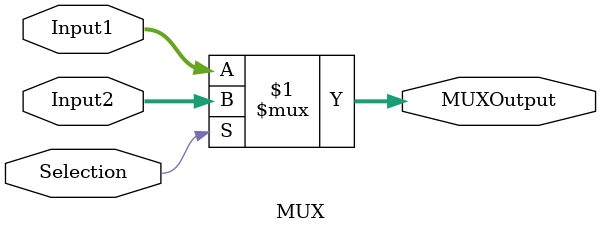
<source format=v>
`timescale 1ns / 1ps
module MUX(
	input [7:0] Input1, Input2,
	input Selection,
	output [7:0] MUXOutput
   );
	
	assign MUXOutput = (Selection) ? Input2 : Input1;

endmodule


</source>
